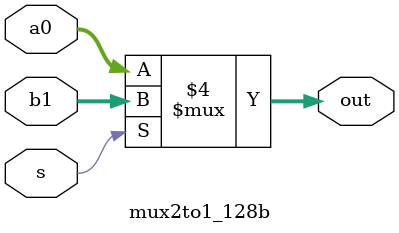
<source format=v>
module mux2to1_128b (a0, b1, s, out);

parameter bitsize = 128;

input [bitsize-1:0] a0, b1;
input s;
output [bitsize-1:0] out;

wire [bitsize-1:0] a0, b1;
wire s;
reg [bitsize-1:0] out;

always @(*)
begin
    if (s == 1'b0) begin
      out <= a0;
    end
    else begin
      out <= b1;
    end
end

endmodule
</source>
